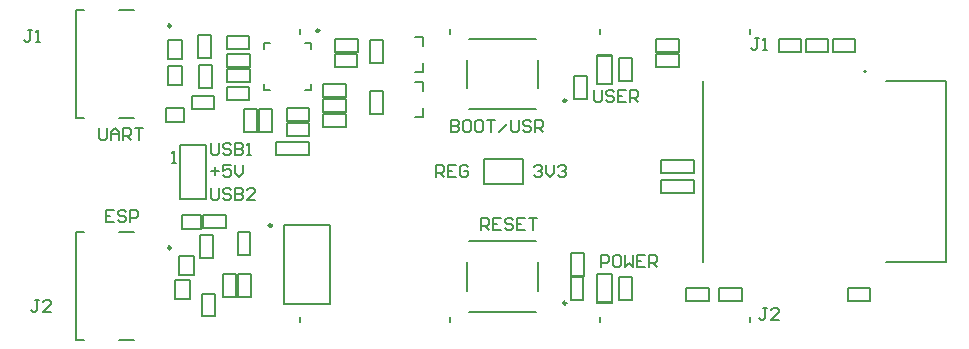
<source format=gto>
G04*
G04 #@! TF.GenerationSoftware,Altium Limited,Altium Designer,24.10.1 (45)*
G04*
G04 Layer_Color=65535*
%FSLAX25Y25*%
%MOIN*%
G70*
G04*
G04 #@! TF.SameCoordinates,F1117688-C2E4-4B3A-BF9F-62EBCE255B8A*
G04*
G04*
G04 #@! TF.FilePolarity,Positive*
G04*
G01*
G75*
%ADD10C,0.00984*%
%ADD11C,0.00787*%
%ADD12C,0.00600*%
%ADD13C,0.00500*%
%ADD14R,0.05600X0.01166*%
D10*
X29504Y108579D02*
G03*
X29504Y108579I-492J0D01*
G01*
Y34579D02*
G03*
X29504Y34579I-492J0D01*
G01*
X161358Y16142D02*
G03*
X161358Y16142I-492J0D01*
G01*
Y83642D02*
G03*
X161358Y83642I-492J0D01*
G01*
X78992Y107000D02*
G03*
X78992Y107000I-492J0D01*
G01*
X63189Y41992D02*
G03*
X63189Y41992I-492J0D01*
G01*
D11*
X261323Y93268D02*
G03*
X261323Y93268I-394J0D01*
G01*
X12280Y113992D02*
X17201D01*
X-2189D02*
X665D01*
X-2189Y78008D02*
Y113992D01*
X12280Y78008D02*
X17201D01*
X-2189D02*
X665D01*
X-2189Y4008D02*
X665D01*
X12280D02*
X17201D01*
X-2189D02*
Y39992D01*
X665D01*
X12280D02*
X17201D01*
X151811Y20177D02*
Y29823D01*
X128878Y36811D02*
X151122D01*
X128189Y20177D02*
Y29823D01*
X128878Y13189D02*
X151122D01*
X128878Y80689D02*
X151122D01*
X128189Y87677D02*
Y97323D01*
X128878Y104311D02*
X151122D01*
X151811Y87677D02*
Y97323D01*
X74364Y102874D02*
X76333D01*
Y100906D02*
Y102874D01*
X60585D02*
X62553D01*
X60585Y100906D02*
Y102874D01*
X74364Y87126D02*
X76333D01*
Y89094D01*
X60585Y87126D02*
X62553D01*
X60585D02*
Y89094D01*
X67323Y15811D02*
X82677D01*
X67323Y42189D02*
X82677D01*
Y15811D02*
Y42189D01*
X67323Y15811D02*
Y42189D01*
X113559Y86854D02*
Y89709D01*
X111000D02*
X113559D01*
Y78291D02*
Y81146D01*
X111000Y78291D02*
X113559D01*
Y101854D02*
Y104709D01*
X111000D02*
X113559D01*
Y93291D02*
Y96146D01*
X111000Y93291D02*
X113559D01*
D12*
X192899Y59600D02*
Y64000D01*
Y59600D02*
X200499D01*
X192899Y64000D02*
X200499D01*
X39800Y11700D02*
X44200D01*
Y19300D01*
X39800D02*
X44200D01*
X39800Y11700D02*
Y19300D01*
X39200Y38900D02*
X43600D01*
X39200Y31300D02*
Y38900D01*
Y31300D02*
X43600D01*
Y38900D01*
X32400Y31721D02*
X37200D01*
Y25521D02*
Y31721D01*
X32400Y25521D02*
X37200D01*
X32400D02*
Y31721D01*
X91800Y99800D02*
Y104200D01*
X84200D02*
X91800D01*
X84200Y99800D02*
Y104200D01*
Y99800D02*
X91800D01*
X36607Y85200D02*
X44007D01*
Y80900D02*
Y85200D01*
X36607Y80900D02*
X44007D01*
X36607D02*
Y85200D01*
X28500Y97500D02*
Y103700D01*
Y97500D02*
X33300D01*
Y103700D01*
X28500D02*
X33300D01*
X196201Y52700D02*
X203801D01*
X196201Y57100D02*
X203801D01*
Y52700D02*
Y57100D01*
X35900Y17620D02*
Y23820D01*
X31100D02*
X35900D01*
X31100Y17620D02*
Y23820D01*
Y17620D02*
X35900D01*
X68102Y65500D02*
X75702D01*
X68102Y69900D02*
X75702D01*
Y65500D02*
Y69900D01*
X171500Y89300D02*
Y98700D01*
X176500Y89300D02*
Y98700D01*
X171500D02*
X176500D01*
X171500Y89300D02*
X176500D01*
X48200Y94200D02*
X55800D01*
Y89800D02*
Y94200D01*
X48200Y89800D02*
X55800D01*
X48200D02*
Y94200D01*
Y99200D02*
X55800D01*
Y94800D02*
Y99200D01*
X48200Y94800D02*
X55800D01*
X48200D02*
Y99200D01*
X32750Y69000D02*
X41250D01*
Y51000D02*
Y69000D01*
X32750Y51000D02*
X41250D01*
X32750D02*
Y69000D01*
X75700Y71800D02*
Y76100D01*
X68300D02*
X75700D01*
X68300Y71800D02*
Y76100D01*
Y71800D02*
X75700D01*
X68300Y81200D02*
X75700D01*
Y76900D02*
Y81200D01*
X68300Y76900D02*
X75700D01*
X68300D02*
Y81200D01*
X262700Y16800D02*
Y21100D01*
X255300D02*
X262700D01*
X255300Y16800D02*
Y21100D01*
Y16800D02*
X262700D01*
X250300Y104200D02*
X257700D01*
Y99900D02*
Y104200D01*
X250300Y99900D02*
X257700D01*
X250300D02*
Y104200D01*
X84300Y94900D02*
Y99200D01*
Y94900D02*
X91700D01*
Y99200D01*
X84300D02*
X91700D01*
X63200Y73300D02*
Y80700D01*
X58900Y73300D02*
X63200D01*
X58900D02*
Y80700D01*
X63200D01*
X55700Y83800D02*
Y88100D01*
X48300D02*
X55700D01*
X48300Y83800D02*
Y88100D01*
Y83800D02*
X55700D01*
X48300Y100800D02*
X55700D01*
X48300D02*
Y105100D01*
X55700D01*
Y100800D02*
Y105100D01*
X40393Y41200D02*
Y45500D01*
Y41200D02*
X47793D01*
Y45500D01*
X40393D02*
X47793D01*
X51800Y32300D02*
Y39700D01*
X56100D01*
Y32300D02*
Y39700D01*
X51800Y32300D02*
X56100D01*
X51900Y25700D02*
X56200D01*
X51900Y18300D02*
Y25700D01*
Y18300D02*
X56200D01*
Y25700D01*
X51200Y18300D02*
Y25700D01*
X46900Y18300D02*
X51200D01*
X46900D02*
Y25700D01*
X51200D01*
X232300Y99900D02*
Y104200D01*
Y99900D02*
X239700D01*
Y104200D01*
X232300D02*
X239700D01*
X241300D02*
X248700D01*
Y99900D02*
Y104200D01*
X241300Y99900D02*
X248700D01*
X241300D02*
Y104200D01*
X162800Y17300D02*
X167100D01*
Y24700D01*
X162800D02*
X167100D01*
X162800Y17300D02*
Y24700D01*
X168200Y84300D02*
Y91700D01*
X163900Y84300D02*
X168200D01*
X163900D02*
Y91700D01*
X168200D01*
X64700Y69900D02*
X72300D01*
X64700Y65500D02*
X72300D01*
X64700D02*
Y69900D01*
X183200Y90200D02*
Y97800D01*
X178800Y90200D02*
X183200D01*
X178800D02*
Y97800D01*
X183200D01*
X178800Y17200D02*
Y24800D01*
X183200D01*
Y17200D02*
Y24800D01*
X178800Y17200D02*
X183200D01*
X53800Y73200D02*
Y80800D01*
X58200D01*
Y73200D02*
Y80800D01*
X53800Y73200D02*
X58200D01*
X80200Y79200D02*
X87800D01*
Y74800D02*
Y79200D01*
X80200Y74800D02*
X87800D01*
X80200D02*
Y79200D01*
Y89200D02*
X87800D01*
Y84800D02*
Y89200D01*
X80200Y84800D02*
X87800D01*
X80200D02*
Y89200D01*
X171500Y25700D02*
X176500D01*
X171500Y16300D02*
X176500D01*
X171500D02*
Y25700D01*
X176500Y16300D02*
Y25700D01*
X28500Y88920D02*
Y95120D01*
Y88920D02*
X33300D01*
Y95120D01*
X28500D02*
X33300D01*
X27900Y76500D02*
X34100D01*
Y81300D01*
X27900D02*
X34100D01*
X27900Y76500D02*
Y81300D01*
X38700Y98000D02*
Y105600D01*
X43100D01*
Y98000D02*
Y105600D01*
X38700Y98000D02*
X43100D01*
X38900Y88000D02*
Y95600D01*
X43300D01*
Y88000D02*
Y95600D01*
X38900Y88000D02*
X43300D01*
X80200Y79800D02*
X87800D01*
X80200D02*
Y84200D01*
X87800D01*
Y79800D02*
Y84200D01*
X134000Y64250D02*
X147000D01*
Y55750D02*
Y64250D01*
X134000Y55750D02*
X147000D01*
X134000D02*
Y64250D01*
X33300Y40800D02*
X39500D01*
Y45600D01*
X33300D02*
X39500D01*
X33300Y40800D02*
Y45600D01*
X95800Y79200D02*
Y86800D01*
X100200D01*
Y79200D02*
Y86800D01*
X95800Y79200D02*
X100200D01*
Y96200D02*
Y103800D01*
X95800Y96200D02*
X100200D01*
X95800D02*
Y103800D01*
X100200D01*
X167200Y25200D02*
Y32800D01*
X162800Y25200D02*
X167200D01*
X162800D02*
Y32800D01*
X167200D01*
X191200Y104200D02*
X198800D01*
Y99800D02*
Y104200D01*
X191200Y99800D02*
X198800D01*
X191200D02*
Y104200D01*
Y99200D02*
X198800D01*
Y94800D02*
Y99200D01*
X191200Y94800D02*
X198800D01*
X191200D02*
Y99200D01*
X201200Y16800D02*
X208800D01*
X201200D02*
Y21200D01*
X208800D01*
Y16800D02*
Y21200D01*
X212200Y16800D02*
X219800D01*
X212200D02*
Y21200D01*
X219800D01*
Y16800D02*
Y21200D01*
X192799Y57100D02*
X200399D01*
X192799Y52700D02*
X200399D01*
X192799D02*
Y57100D01*
X196301Y59600D02*
X203901D01*
X196301Y64000D02*
X203901D01*
Y59600D02*
Y64000D01*
X170600Y87099D02*
Y83766D01*
X171266Y83100D01*
X172599D01*
X173266Y83766D01*
Y87099D01*
X177264Y86432D02*
X176598Y87099D01*
X175265D01*
X174599Y86432D01*
Y85766D01*
X175265Y85099D01*
X176598D01*
X177264Y84433D01*
Y83766D01*
X176598Y83100D01*
X175265D01*
X174599Y83766D01*
X181263Y87099D02*
X178597D01*
Y83100D01*
X181263D01*
X178597Y85099D02*
X179930D01*
X182596Y83100D02*
Y87099D01*
X184596D01*
X185262Y86432D01*
Y85099D01*
X184596Y84433D01*
X182596D01*
X183929D02*
X185262Y83100D01*
X173100Y28100D02*
Y32099D01*
X175099D01*
X175766Y31432D01*
Y30099D01*
X175099Y29433D01*
X173100D01*
X179098Y32099D02*
X177765D01*
X177099Y31432D01*
Y28766D01*
X177765Y28100D01*
X179098D01*
X179764Y28766D01*
Y31432D01*
X179098Y32099D01*
X181097D02*
Y28100D01*
X182430Y29433D01*
X183763Y28100D01*
Y32099D01*
X187762D02*
X185096D01*
Y28100D01*
X187762D01*
X185096Y30099D02*
X186429D01*
X189095Y28100D02*
Y32099D01*
X191094D01*
X191761Y31432D01*
Y30099D01*
X191094Y29433D01*
X189095D01*
X190428D02*
X191761Y28100D01*
X123100Y77099D02*
Y73100D01*
X125099D01*
X125766Y73766D01*
Y74433D01*
X125099Y75099D01*
X123100D01*
X125099D01*
X125766Y75766D01*
Y76432D01*
X125099Y77099D01*
X123100D01*
X129098D02*
X127765D01*
X127099Y76432D01*
Y73766D01*
X127765Y73100D01*
X129098D01*
X129764Y73766D01*
Y76432D01*
X129098Y77099D01*
X133097D02*
X131764D01*
X131097Y76432D01*
Y73766D01*
X131764Y73100D01*
X133097D01*
X133763Y73766D01*
Y76432D01*
X133097Y77099D01*
X135096D02*
X137762D01*
X136429D01*
Y73100D01*
X139095D02*
X141761Y75766D01*
X143094Y77099D02*
Y73766D01*
X143760Y73100D01*
X145093D01*
X145759Y73766D01*
Y77099D01*
X149758Y76432D02*
X149092Y77099D01*
X147759D01*
X147092Y76432D01*
Y75766D01*
X147759Y75099D01*
X149092D01*
X149758Y74433D01*
Y73766D01*
X149092Y73100D01*
X147759D01*
X147092Y73766D01*
X151091Y73100D02*
Y77099D01*
X153090D01*
X153757Y76432D01*
Y75099D01*
X153090Y74433D01*
X151091D01*
X152424D02*
X153757Y73100D01*
X133100Y40600D02*
Y44599D01*
X135099D01*
X135766Y43932D01*
Y42599D01*
X135099Y41933D01*
X133100D01*
X134433D02*
X135766Y40600D01*
X139764Y44599D02*
X137099D01*
Y40600D01*
X139764D01*
X137099Y42599D02*
X138432D01*
X143763Y43932D02*
X143097Y44599D01*
X141764D01*
X141097Y43932D01*
Y43266D01*
X141764Y42599D01*
X143097D01*
X143763Y41933D01*
Y41266D01*
X143097Y40600D01*
X141764D01*
X141097Y41266D01*
X147762Y44599D02*
X145096D01*
Y40600D01*
X147762D01*
X145096Y42599D02*
X146429D01*
X149095Y44599D02*
X151761D01*
X150428D01*
Y40600D01*
X118100Y58100D02*
Y62099D01*
X120099D01*
X120766Y61432D01*
Y60099D01*
X120099Y59433D01*
X118100D01*
X119433D02*
X120766Y58100D01*
X124765Y62099D02*
X122099D01*
Y58100D01*
X124765D01*
X122099Y60099D02*
X123432D01*
X128763Y61432D02*
X128097Y62099D01*
X126764D01*
X126097Y61432D01*
Y58766D01*
X126764Y58100D01*
X128097D01*
X128763Y58766D01*
Y60099D01*
X127430D01*
X150600Y61432D02*
X151267Y62099D01*
X152599D01*
X153266Y61432D01*
Y60766D01*
X152599Y60099D01*
X151933D01*
X152599D01*
X153266Y59433D01*
Y58766D01*
X152599Y58100D01*
X151267D01*
X150600Y58766D01*
X154599Y62099D02*
Y59433D01*
X155932Y58100D01*
X157264Y59433D01*
Y62099D01*
X158597Y61432D02*
X159264Y62099D01*
X160597D01*
X161263Y61432D01*
Y60766D01*
X160597Y60099D01*
X159930D01*
X160597D01*
X161263Y59433D01*
Y58766D01*
X160597Y58100D01*
X159264D01*
X158597Y58766D01*
X43100Y54599D02*
Y51266D01*
X43766Y50600D01*
X45099D01*
X45766Y51266D01*
Y54599D01*
X49764Y53932D02*
X49098Y54599D01*
X47765D01*
X47099Y53932D01*
Y53266D01*
X47765Y52599D01*
X49098D01*
X49764Y51933D01*
Y51266D01*
X49098Y50600D01*
X47765D01*
X47099Y51266D01*
X51097Y54599D02*
Y50600D01*
X53097D01*
X53763Y51266D01*
Y51933D01*
X53097Y52599D01*
X51097D01*
X53097D01*
X53763Y53266D01*
Y53932D01*
X53097Y54599D01*
X51097D01*
X57762Y50600D02*
X55096D01*
X57762Y53266D01*
Y53932D01*
X57095Y54599D01*
X55763D01*
X55096Y53932D01*
X43100Y60099D02*
X45766D01*
X44433Y61432D02*
Y58766D01*
X49764Y62099D02*
X47099D01*
Y60099D01*
X48432Y60766D01*
X49098D01*
X49764Y60099D01*
Y58766D01*
X49098Y58100D01*
X47765D01*
X47099Y58766D01*
X51097Y62099D02*
Y59433D01*
X52430Y58100D01*
X53763Y59433D01*
Y62099D01*
X43100Y69599D02*
Y66266D01*
X43766Y65600D01*
X45099D01*
X45766Y66266D01*
Y69599D01*
X49764Y68932D02*
X49098Y69599D01*
X47765D01*
X47099Y68932D01*
Y68266D01*
X47765Y67599D01*
X49098D01*
X49764Y66933D01*
Y66266D01*
X49098Y65600D01*
X47765D01*
X47099Y66266D01*
X51097Y69599D02*
Y65600D01*
X53097D01*
X53763Y66266D01*
Y66933D01*
X53097Y67599D01*
X51097D01*
X53097D01*
X53763Y68266D01*
Y68932D01*
X53097Y69599D01*
X51097D01*
X55096Y65600D02*
X56429D01*
X55763D01*
Y69599D01*
X55096Y68932D01*
X10766Y47099D02*
X8100D01*
Y43100D01*
X10766D01*
X8100Y45099D02*
X9433D01*
X14764Y46432D02*
X14098Y47099D01*
X12765D01*
X12099Y46432D01*
Y45766D01*
X12765Y45099D01*
X14098D01*
X14764Y44433D01*
Y43766D01*
X14098Y43100D01*
X12765D01*
X12099Y43766D01*
X16097Y43100D02*
Y47099D01*
X18097D01*
X18763Y46432D01*
Y45099D01*
X18097Y44433D01*
X16097D01*
X5600Y74599D02*
Y71266D01*
X6266Y70600D01*
X7599D01*
X8266Y71266D01*
Y74599D01*
X9599Y70600D02*
Y73266D01*
X10932Y74599D01*
X12264Y73266D01*
Y70600D01*
Y72599D01*
X9599D01*
X13597Y70600D02*
Y74599D01*
X15597D01*
X16263Y73932D01*
Y72599D01*
X15597Y71933D01*
X13597D01*
X14930D02*
X16263Y70600D01*
X17596Y74599D02*
X20262D01*
X18929D01*
Y70600D01*
X-16734Y107099D02*
X-18067D01*
X-17401D01*
Y103767D01*
X-18067Y103100D01*
X-18733D01*
X-19400Y103767D01*
X-15401Y103100D02*
X-14068D01*
X-14735D01*
Y107099D01*
X-15401Y106432D01*
X-14234Y17099D02*
X-15567D01*
X-14901D01*
Y13767D01*
X-15567Y13100D01*
X-16233D01*
X-16900Y13767D01*
X-10236Y13100D02*
X-12901D01*
X-10236Y15766D01*
Y16432D01*
X-10902Y17099D01*
X-12235D01*
X-12901Y16432D01*
X228266Y14599D02*
X226933D01*
X227599D01*
Y11266D01*
X226933Y10600D01*
X226266D01*
X225600Y11266D01*
X232264Y10600D02*
X229599D01*
X232264Y13266D01*
Y13932D01*
X231598Y14599D01*
X230265D01*
X229599Y13932D01*
X225766Y104599D02*
X224433D01*
X225099D01*
Y101266D01*
X224433Y100600D01*
X223766D01*
X223100Y101266D01*
X227099Y100600D02*
X228432D01*
X227765D01*
Y104599D01*
X227099Y103932D01*
X29800Y62800D02*
X31133D01*
X30466D01*
Y66799D01*
X29800Y66132D01*
D13*
X72500Y10000D02*
Y11500D01*
X122500Y10000D02*
Y11500D01*
X172500Y10000D02*
Y11500D01*
X222500Y10000D02*
Y11500D01*
X72500Y106000D02*
Y107500D01*
X122500Y106000D02*
Y107500D01*
X172500Y106000D02*
Y107500D01*
X222500Y106000D02*
Y107500D01*
X287799Y29685D02*
Y90315D01*
X267917Y29685D02*
X287799D01*
X207091D02*
Y90315D01*
X267917D02*
X287799D01*
D14*
X174000Y98517D02*
D03*
Y16483D02*
D03*
M02*

</source>
